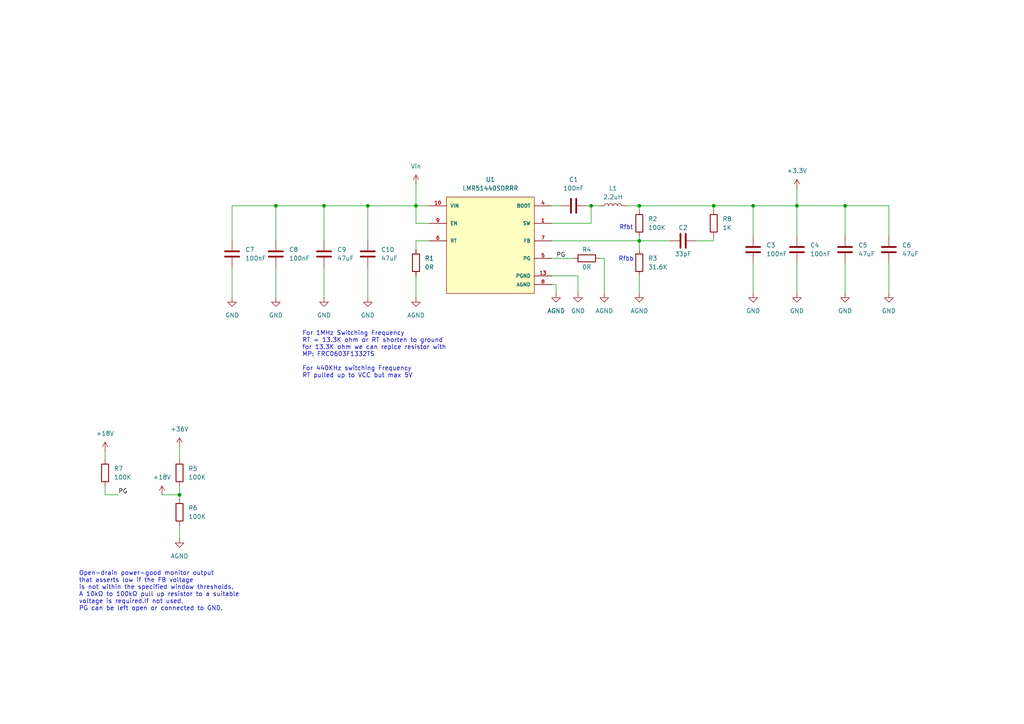
<source format=kicad_sch>
(kicad_sch (version 20250114) (generator "eeschema") (generator_version "9.0")
  (paper "A4")
  (lib_symbols
    (symbol "Device:C" (pin_numbers (hide yes)) (pin_names (offset 0.254))
      (property "Reference" "C" (at 0.635 2.54 0))
      (property "Value" "C" (at 0.635 -2.54 0))
      (symbol "C_0_1"
        (polyline (pts (xy -2.032 0.762) (xy 2.032 0.762)) (stroke (width 0.508)))
        (polyline (pts (xy -2.032 -0.762) (xy 2.032 -0.762)) (stroke (width 0.508)))
      )
      (symbol "C_1_1"
        (pin passive line (at 0 3.81 270) (length 2.794) (name "~") (number "1"))
        (pin passive line (at 0 -3.81 90) (length 2.794) (name "~") (number "2"))
      )
    )
    (symbol "Device:L" (pin_numbers (hide yes)) (pin_names (offset 1.016) (hide yes))
      (property "Reference" "L" (at -1.27 0 90))
      (property "Value" "L" (at 1.905 0 90))
      (symbol "L_0_1"
        (arc (start 0 2.54) (mid 0.6323 1.905) (end 0 1.27))
        (arc (start 0 1.27) (mid 0.6323 0.635) (end 0 0))
        (arc (start 0 0) (mid 0.6323 -0.635) (end 0 -1.27))
        (arc (start 0 -1.27) (mid 0.6323 -1.905) (end 0 -2.54))
      )
      (symbol "L_1_1"
        (pin passive line (at 0 3.81 270) (length 1.27) (name "1") (number "1"))
        (pin passive line (at 0 -3.81 90) (length 1.27) (name "2") (number "2"))
      )
    )
    (symbol "Device:R" (pin_numbers (hide yes)) (pin_names (offset 0))
      (property "Reference" "R" (at 2.032 0 90))
      (property "Value" "R" (at 0 0 90))
      (symbol "R_0_1"
        (rectangle (start -1.016 -2.54) (end 1.016 2.54) (stroke (width 0.254)))
      )
      (symbol "R_1_1"
        (pin passive line (at 0 3.81 270) (length 1.27) (name "~") (number "1"))
        (pin passive line (at 0 -3.81 90) (length 1.27) (name "~") (number "2"))
      )
    )
    (symbol "LMR51440SDRRR:LMR51440SDRRR" (pin_names (offset 1.016))
      (property "Reference" "U" (at -12.7 13.335 0))
      (property "Value" "LMR51440SDRRR" (at -12.7 -17.78 0))
      (symbol "LMR51440SDRRR_0_0"
        (rectangle (start -12.7 -15.24) (end 12.7 12.7) (stroke (width 0.1524)) (fill (type background)))
        (pin input line (at -17.78 10.16 0) (length 5.08) (name "VIN") (number "10"))
        (pin input line (at -17.78 10.16 0) (length 5.08) (hide yes) (name "VIN") (number "11"))
        (pin input line (at -17.78 10.16 0) (length 5.08) (hide yes) (name "VIN") (number "12"))
        (pin input line (at -17.78 5.08 0) (length 5.08) (name "EN") (number "9"))
        (pin input line (at -17.78 0 0) (length 5.08) (name "RT") (number "6"))
        (pin passive line (at 17.78 10.16 180) (length 5.08) (name "BOOT") (number "4"))
        (pin output line (at 17.78 5.08 180) (length 5.08) (name "SW") (number "1"))
        (pin output line (at 17.78 5.08 180) (length 5.08) (hide yes) (name "SW") (number "2"))
        (pin output line (at 17.78 5.08 180) (length 5.08) (hide yes) (name "SW") (number "3"))
        (pin input line (at 17.78 0 180) (length 5.08) (name "FB") (number "7"))
        (pin output line (at 17.78 -5.08 180) (length 5.08) (name "PG") (number "5"))
        (pin power_in line (at 17.78 -10.16 180) (length 5.08) (name "PGND") (number "13"))
        (pin power_in line (at 17.78 -12.7 180) (length 5.08) (name "AGND") (number "8"))
      )
    )
    (symbol "power:+15V" (power) (pin_numbers (hide yes)) (pin_names (offset 0) (hide yes))
      (property "Value" "+15V" (at 0 3.556 0))
      (symbol "+15V_0_1"
        (polyline (pts (xy -0.762 1.27) (xy 0 2.54)))
        (polyline (pts (xy 0 2.54) (xy 0.762 1.27)))
        (polyline (pts (xy 0 0) (xy 0 2.54)))
      )
      (symbol "+15V_1_1"
        (pin power_in line (at 0 0 90) (length 0) (name "~") (number "1"))
      )
    )
    (symbol "power:+3.3V" (power) (pin_numbers (hide yes)) (pin_names (offset 0) (hide yes))
      (property "Value" "+3.3V" (at 0 3.556 0))
      (symbol "+3.3V_0_1"
        (polyline (pts (xy -0.762 1.27) (xy 0 2.54)))
        (polyline (pts (xy 0 2.54) (xy 0.762 1.27)))
        (polyline (pts (xy 0 0) (xy 0 2.54)))
      )
      (symbol "+3.3V_1_1"
        (pin power_in line (at 0 0 90) (length 0) (name "~") (number "1"))
      )
    )
    (symbol "power:+36V" (power) (pin_numbers (hide yes)) (pin_names (offset 0) (hide yes))
      (property "Value" "+36V" (at 0 3.556 0))
      (symbol "+36V_0_1"
        (polyline (pts (xy -0.762 1.27) (xy 0 2.54)))
        (polyline (pts (xy 0 2.54) (xy 0.762 1.27)))
        (polyline (pts (xy 0 0) (xy 0 2.54)))
      )
      (symbol "+36V_1_1"
        (pin power_in line (at 0 0 90) (length 0) (name "~") (number "1"))
      )
    )
    (symbol "power:GND" (power) (pin_numbers (hide yes)) (pin_names (offset 0) (hide yes))
      (property "Value" "GND" (at 0 -3.81 0))
      (symbol "GND_0_1"
        (polyline (pts (xy 0 0) (xy 0 -1.27) (xy 1.27 -1.27) (xy 0 -2.54) (xy -1.27 -1.27) (xy 0 -1.27)))
      )
      (symbol "GND_1_1"
        (pin power_in line (at 0 0 270) (length 0) (name "~") (number "1"))
      )
    )
    (symbol "power:GNDA" (power) (pin_numbers (hide yes)) (pin_names (offset 0) (hide yes))
      (property "Value" "GNDA" (at 0 -3.81 0))
      (symbol "GNDA_0_1"
        (polyline (pts (xy 0 0) (xy 0 -1.27) (xy 1.27 -1.27) (xy 0 -2.54) (xy -1.27 -1.27) (xy 0 -1.27)))
      )
      (symbol "GNDA_1_1"
        (pin power_in line (at 0 0 270) (length 0) (name "~") (number "1"))
      )
    )
  )
  (text "Open-drain power-good monitor output\nthat asserts low if the FB voltage \nis not within the specified window thresholds. \nA 10kΩ to 100kΩ pull up resistor to a suitable\nvoltage is required.If not used, \nPG can be left open or connected to GND." (at 22.86 171.45 0) (effects (font (size 1.27 1.27)) (justify left)))
  (text "For 1MHz Switching Frequency\nRT = 13.3K ohm or RT shorten to ground\nfor 13.3K ohm we can replce resistor with \nMP: FRC0603F1332TS\n\nFor 440KHz switching Frequency\nRT pulled up to VCC but max 5V\n" (at 87.63 102.87 0) (effects (font (size 1.27 1.27)) (justify left)))
  (text "Rfbt\n" (at 181.61 66.04 0) (effects (font (size 1.27 1.27))))
  (text "Rfbb\n\n" (at 181.61 76.2 0) (effects (font (size 1.27 1.27))))
  (junction (at 120.65 59.69))
  (junction (at 245.11 59.69))
  (junction (at 218.44 59.69))
  (junction (at 80.01 59.69))
  (junction (at 52.07 143.51))
  (junction (at 207.01 59.69))
  (junction (at 185.42 59.69))
  (junction (at 231.14 59.69))
  (junction (at 93.98 59.69))
  (junction (at 106.68 59.69))
  (junction (at 185.42 69.85))
  (junction (at 171.45 59.69))
  (wire (pts (xy 185.42 60.96) (xy 185.42 59.69)))
  (wire (pts (xy 257.81 68.58) (xy 257.81 59.69)))
  (wire (pts (xy 120.65 59.69) (xy 124.46 59.69)))
  (wire (pts (xy 185.42 69.85) (xy 194.31 69.85)))
  (wire (pts (xy 207.01 69.85) (xy 207.01 68.58)))
  (wire (pts (xy 171.45 59.69) (xy 173.99 59.69)))
  (wire (pts (xy 218.44 59.69) (xy 231.14 59.69)))
  (wire (pts (xy 231.14 54.61) (xy 231.14 59.69)))
  (wire (pts (xy 30.48 130.81) (xy 30.48 133.35)))
  (wire (pts (xy 52.07 129.54) (xy 52.07 133.35)))
  (wire (pts (xy 173.99 74.93) (xy 175.26 74.93)))
  (wire (pts (xy 120.65 53.34) (xy 120.65 59.69)))
  (wire (pts (xy 160.02 59.69) (xy 162.56 59.69)))
  (wire (pts (xy 245.11 59.69) (xy 257.81 59.69)))
  (wire (pts (xy 167.64 80.01) (xy 160.02 80.01)))
  (wire (pts (xy 218.44 76.2) (xy 218.44 85.09)))
  (wire (pts (xy 93.98 77.47) (xy 93.98 86.36)))
  (wire (pts (xy 46.99 143.51) (xy 52.07 143.51)))
  (wire (pts (xy 245.11 76.2) (xy 245.11 85.09)))
  (wire (pts (xy 160.02 69.85) (xy 185.42 69.85)))
  (wire (pts (xy 80.01 77.47) (xy 80.01 86.36)))
  (wire (pts (xy 207.01 59.69) (xy 207.01 60.96)))
  (wire (pts (xy 161.29 82.55) (xy 161.29 85.09)))
  (wire (pts (xy 67.31 77.47) (xy 67.31 86.36)))
  (wire (pts (xy 171.45 59.69) (xy 171.45 64.77)))
  (wire (pts (xy 124.46 69.85) (xy 120.65 69.85)))
  (wire (pts (xy 175.26 74.93) (xy 175.26 85.09)))
  (wire (pts (xy 120.65 59.69) (xy 120.65 64.77)))
  (wire (pts (xy 207.01 59.69) (xy 218.44 59.69)))
  (wire (pts (xy 52.07 143.51) (xy 52.07 144.78)))
  (wire (pts (xy 120.65 69.85) (xy 120.65 72.39)))
  (wire (pts (xy 52.07 152.4) (xy 52.07 156.21)))
  (wire (pts (xy 185.42 68.58) (xy 185.42 69.85)))
  (wire (pts (xy 30.48 143.51) (xy 34.29 143.51)))
  (wire (pts (xy 167.64 85.09) (xy 167.64 80.01)))
  (wire (pts (xy 120.65 64.77) (xy 124.46 64.77)))
  (wire (pts (xy 160.02 74.93) (xy 166.37 74.93)))
  (wire (pts (xy 245.11 59.69) (xy 245.11 68.58)))
  (wire (pts (xy 80.01 59.69) (xy 80.01 69.85)))
  (wire (pts (xy 231.14 59.69) (xy 245.11 59.69)))
  (wire (pts (xy 80.01 59.69) (xy 67.31 59.69)))
  (wire (pts (xy 160.02 64.77) (xy 171.45 64.77)))
  (wire (pts (xy 106.68 77.47) (xy 106.68 86.36)))
  (wire (pts (xy 120.65 80.01) (xy 120.65 86.36)))
  (wire (pts (xy 185.42 69.85) (xy 185.42 72.39)))
  (wire (pts (xy 120.65 59.69) (xy 106.68 59.69)))
  (wire (pts (xy 67.31 59.69) (xy 67.31 69.85)))
  (wire (pts (xy 185.42 59.69) (xy 181.61 59.69)))
  (wire (pts (xy 201.93 69.85) (xy 207.01 69.85)))
  (wire (pts (xy 171.45 59.69) (xy 170.18 59.69)))
  (wire (pts (xy 231.14 76.2) (xy 231.14 85.09)))
  (wire (pts (xy 106.68 59.69) (xy 93.98 59.69)))
  (wire (pts (xy 185.42 80.01) (xy 185.42 85.09)))
  (wire (pts (xy 231.14 68.58) (xy 231.14 59.69)))
  (wire (pts (xy 30.48 140.97) (xy 30.48 143.51)))
  (wire (pts (xy 185.42 59.69) (xy 207.01 59.69)))
  (wire (pts (xy 52.07 140.97) (xy 52.07 143.51)))
  (wire (pts (xy 93.98 59.69) (xy 93.98 69.85)))
  (wire (pts (xy 161.29 82.55) (xy 160.02 82.55)))
  (wire (pts (xy 257.81 76.2) (xy 257.81 85.09)))
  (wire (pts (xy 218.44 68.58) (xy 218.44 59.69)))
  (wire (pts (xy 106.68 59.69) (xy 106.68 69.85)))
  (wire (pts (xy 93.98 59.69) (xy 80.01 59.69)))
  (label "PG" (at 34.29 143.51 0))
  (label "PG" (at 161.29 74.93 0))
  (symbol (lib_id "Device:R") (at 120.65 76.2 0) (unit 1)
    (property "Reference" "R1" (at 123.19 74.9299 0) (effects (justify left)))
    (property "Value" "0R" (at 123.19 77.4699 0) (effects (justify left)))
    (property "Footprint" "Resistor_SMD:R_0603_1608Metric" (effects (hide yes)))
    (property "Datasheet" "https://www.lcsc.com/datasheet/C2906974.pdf" (effects (hide yes)))
    (property "Description" "Resistor" (effects (hide yes)))
    (property "MP" "FRC0603F0000TS" (effects (hide yes)))
    (property "LCSC_PN" "C2906974" (effects (hide yes)))
    (property "Assembled" "Yes" (effects (hide yes)))
  )
  (symbol (lib_id "power:GND") (at 93.98 86.36 0) (unit 1)
    (property "Reference" "#PWR017" (effects (hide yes)))
    (property "Value" "GND" (at 93.98 91.44 0))
    (property "Description" "Power symbol creates a global label with name \"GND\" , ground" (effects (hide yes)))
  )
  (symbol (lib_id "Device:C") (at 106.68 73.66 180) (unit 1)
    (property "Reference" "C10" (at 110.49 72.3899 0) (effects (justify right)))
    (property "Value" "47uF" (at 110.49 74.9299 0) (effects (justify right)))
    (property "Footprint" "Capacitor_SMD:C_1206_3216Metric" (effects (hide yes)))
    (property "Datasheet" "https://www.lcsc.com/datasheet/C403725.pdf" (effects (hide yes)))
    (property "Description" "Unpolarized capacitor" (effects (hide yes)))
    (property "MP" "GRM31CR61E476ME44L" (effects (hide yes)))
    (property "LCSC_PN" "C403725" (effects (hide yes)))
    (property "Assembled" "Yes" (effects (hide yes)))
  )
  (symbol (lib_id "power:GND") (at 245.11 85.09 0) (unit 1)
    (property "Reference" "#PWR013" (effects (hide yes)))
    (property "Value" "GND" (at 245.11 90.17 0))
    (property "Description" "Power symbol creates a global label with name \"GND\" , ground" (effects (hide yes)))
  )
  (symbol (lib_id "Device:C") (at 231.14 72.39 180) (unit 1)
    (property "Reference" "C4" (at 234.95 71.1199 0) (effects (justify right)))
    (property "Value" "100nF" (at 234.95 73.6599 0) (effects (justify right)))
    (property "Footprint" "Capacitor_SMD:C_0603_1608Metric" (effects (hide yes)))
    (property "Datasheet" "https://www.lcsc.com/datasheet/C1591.pdf" (effects (hide yes)))
    (property "Description" "Unpolarized capacitor" (effects (hide yes)))
    (property "MP" "CL10B104KB8NNNC" (effects (hide yes)))
    (property "LCSC_PN" "C1591" (effects (hide yes)))
    (property "Assembled" "Yes" (effects (hide yes)))
  )
  (symbol (lib_id "Device:L") (at 177.8 59.69 90) (unit 1)
    (property "Reference" "L1" (at 177.8 54.61 90))
    (property "Value" "2.2uH" (at 177.8 57.15 90))
    (property "Footprint" "Inductor_SMD:L_TechFuse_SL0420" (effects (hide yes)))
    (property "Datasheet" "https://www.lcsc.com/datasheet/C22463807.pdf" (effects (hide yes)))
    (property "Description" "Inductor" (effects (hide yes)))
    (property "LCSC_PN" "C2847469" (effects (hide yes)))
    (property "MP" "MDA4020-2R2M" (effects (hide yes)))
    (property "Assembled" "Yes" (effects (hide yes)))
  )
  (symbol (lib_id "Device:R") (at 52.07 137.16 0) (unit 1)
    (property "Reference" "R5" (at 54.61 135.8899 0) (effects (justify left)))
    (property "Value" "100K" (at 54.61 138.4299 0) (effects (justify left)))
    (property "Footprint" "Resistor_SMD:R_0603_1608Metric" (effects (hide yes)))
    (property "Datasheet" "https://www.lcsc.com/datasheet/C14675.pdf" (effects (hide yes)))
    (property "Description" "Resistor" (effects (hide yes)))
    (property "LCSC_PN" "C14675" (effects (hide yes)))
    (property "MP" "RC0603FR-07100KL" (effects (hide yes)))
    (property "Assembled" "No" (effects (hide yes)))
  )
  (symbol (lib_id "Device:C") (at 166.37 59.69 90) (unit 1)
    (property "Reference" "C1" (at 166.37 52.07 90))
    (property "Value" "100nF" (at 166.37 54.61 90))
    (property "Footprint" "Capacitor_SMD:C_0603_1608Metric" (effects (hide yes)))
    (property "Datasheet" "https://www.lcsc.com/datasheet/C1591.pdf" (effects (hide yes)))
    (property "Description" "Unpolarized capacitor" (effects (hide yes)))
    (property "MP" "CL10B104KB8NNNC" (effects (hide yes)))
    (property "LCSC_PN" "C1591" (effects (hide yes)))
    (property "Assembled" "Yes" (effects (hide yes)))
  )
  (symbol (lib_id "Device:R") (at 185.42 64.77 0) (unit 1)
    (property "Reference" "R2" (at 187.96 63.4999 0) (effects (justify left)))
    (property "Value" "100K" (at 187.96 66.0399 0) (effects (justify left)))
    (property "Footprint" "Resistor_SMD:R_0603_1608Metric" (effects (hide yes)))
    (property "Datasheet" "https://www.lcsc.com/datasheet/C14675.pdf" (effects (hide yes)))
    (property "Description" "Resistor" (effects (hide yes)))
    (property "LCSC_PN" "C14675" (effects (hide yes)))
    (property "MP" "RC0603FR-07100KL" (effects (hide yes)))
    (property "Assembled" "Yes" (effects (hide yes)))
  )
  (symbol (lib_id "Device:R") (at 207.01 64.77 0) (unit 1)
    (property "Reference" "R8" (at 209.55 63.4999 0) (effects (justify left)))
    (property "Value" "1K" (at 209.55 66.0399 0) (effects (justify left)))
    (property "Footprint" "Resistor_SMD:R_0603_1608Metric" (effects (hide yes)))
    (property "Datasheet" "https://www.lcsc.com/datasheet/C118155.pdf" (effects (hide yes)))
    (property "Description" "Resistor" (effects (hide yes)))
    (property "LCSC_PN" "C118155" (effects (hide yes)))
    (property "MP" "ERJ3EKF1001V" (effects (hide yes)))
    (property "Assembled" "Yes" (effects (hide yes)))
  )
  (symbol (lib_id "power:+36V") (at 120.65 53.34 0) (unit 1)
    (property "Reference" "#PWR06" (effects (hide yes)))
    (property "Value" "Vin" (at 120.65 48.26 0))
    (property "Description" "Power symbol creates a global label with name \"+36V\"" (effects (hide yes)))
  )
  (symbol (lib_id "power:+15V") (at 30.48 130.81 0) (unit 1)
    (property "Reference" "#PWR010" (effects (hide yes)))
    (property "Value" "+18V" (at 30.48 125.73 0))
    (property "Description" "Power symbol creates a global label with name \"+15V\"" (effects (hide yes)))
  )
  (symbol (lib_id "Device:C") (at 93.98 73.66 180) (unit 1)
    (property "Reference" "C9" (at 97.79 72.3899 0) (effects (justify right)))
    (property "Value" "47uF" (at 97.79 74.9299 0) (effects (justify right)))
    (property "Footprint" "Capacitor_SMD:C_1206_3216Metric" (effects (hide yes)))
    (property "Datasheet" "https://www.lcsc.com/datasheet/C403725.pdf" (effects (hide yes)))
    (property "Description" "Unpolarized capacitor" (effects (hide yes)))
    (property "MP" "GRM31CR61E476ME44L" (effects (hide yes)))
    (property "LCSC_PN" "C403725" (effects (hide yes)))
    (property "Assembled" "Yes" (effects (hide yes)))
  )
  (symbol (lib_id "power:GNDA") (at 185.42 85.09 0) (unit 1)
    (property "Reference" "#PWR04" (effects (hide yes)))
    (property "Value" "AGND" (at 185.42 90.17 0))
    (property "Description" "Power symbol creates a global label with name \"GNDA\" , analog ground" (effects (hide yes)))
  )
  (symbol (lib_id "Device:R") (at 170.18 74.93 90) (unit 1)
    (property "Reference" "R4" (at 170.18 72.39 90))
    (property "Value" "0R" (at 170.18 77.47 90))
    (property "Footprint" "Resistor_SMD:R_0603_1608Metric" (effects (hide yes)))
    (property "Datasheet" "https://www.lcsc.com/datasheet/C2906974.pdf" (effects (hide yes)))
    (property "Description" "Resistor" (effects (hide yes)))
    (property "MP" "FRC0603F0000TS" (effects (hide yes)))
    (property "LCSC_PN" "C2906974" (effects (hide yes)))
    (property "Assembled" "Yes" (effects (hide yes)))
  )
  (symbol (lib_id "power:GND") (at 257.81 85.09 0) (unit 1)
    (property "Reference" "#PWR014" (effects (hide yes)))
    (property "Value" "GND" (at 257.81 90.17 0))
    (property "Description" "Power symbol creates a global label with name \"GND\" , ground" (effects (hide yes)))
  )
  (symbol (lib_id "Device:C") (at 245.11 72.39 180) (unit 1)
    (property "Reference" "C5" (at 248.92 71.1199 0) (effects (justify right)))
    (property "Value" "47uF" (at 248.92 73.6599 0) (effects (justify right)))
    (property "Footprint" "Capacitor_SMD:C_1206_3216Metric" (effects (hide yes)))
    (property "Datasheet" "https://www.lcsc.com/datasheet/C403725.pdf" (effects (hide yes)))
    (property "Description" "Unpolarized capacitor" (effects (hide yes)))
    (property "MP" "GRM31CR61E476ME44L" (effects (hide yes)))
    (property "LCSC_PN" "C403725" (effects (hide yes)))
    (property "Assembled" "Yes" (effects (hide yes)))
  )
  (symbol (lib_id "power:GND") (at 80.01 86.36 0) (unit 1)
    (property "Reference" "#PWR016" (effects (hide yes)))
    (property "Value" "GND" (at 80.01 91.44 0))
    (property "Description" "Power symbol creates a global label with name \"GND\" , ground" (effects (hide yes)))
  )
  (symbol (lib_id "power:GND") (at 67.31 86.36 0) (unit 1)
    (property "Reference" "#PWR015" (effects (hide yes)))
    (property "Value" "GND" (at 67.31 91.44 0))
    (property "Description" "Power symbol creates a global label with name \"GND\" , ground" (effects (hide yes)))
  )
  (symbol (lib_id "power:GNDA") (at 120.65 86.36 0) (unit 1)
    (property "Reference" "#PWR03" (effects (hide yes)))
    (property "Value" "AGND" (at 120.65 91.44 0))
    (property "Description" "Power symbol creates a global label with name \"GNDA\" , analog ground" (effects (hide yes)))
  )
  (symbol (lib_id "LMR51440SDRRR:LMR51440SDRRR") (at 142.24 69.85 0) (unit 1)
    (property "Reference" "U1" (at 142.24 52.07 0))
    (property "Value" "LMR51440SDRRR" (at 142.24 54.61 0))
    (property "Footprint" "BLDC_Motor_Driver_Components_Footprint:CONV_LMR51440SDRRR" (effects (hide yes)))
    (property "Datasheet" "https://www.ti.com/lit/ds/symlink/lmr51440-q1.pdf?ts=1731523277740" (effects (hide yes)))
    (property "Description" "Buck Switching Regulator IC Positive Adjustable 0.8V 1 Output 4A 12-WFDFN Exposed Pad" (effects (hide yes)))
    (property "MF" "Texas Instruments" (effects (hide yes)))
    (property "MAXIMUM_PACKAGE_HEIGHT" "0.80 mm" (effects (hide yes)))
    (property "Package" "WSON-12 Texas Instruments" (effects (hide yes)))
    (property "Price" "None" (effects (hide yes)))
    (property "Check_prices" "https://www.snapeda.com/parts/LMR51440SDRRR/Texas+Instruments/view-part/?ref=eda" (effects (hide yes)))
    (property "STANDARD" "Manufacturer Recommendations" (effects (hide yes)))
    (property "PARTREV" "December 2022" (effects (hide yes)))
    (property "SnapEDA_Link" "https://www.snapeda.com/parts/LMR51440SDRRR/Texas+Instruments/view-part/?ref=snap" (effects (hide yes)))
    (property "MP" "LMR51440SDRRR" (effects (hide yes)))
    (property "Purchase-URL" "https://www.snapeda.com/api/url_track_click_mouser/?unipart_id=12533944&manufacturer=Texas Instruments&part_name=LMR51440SDRRR&search_term=lmr51440" (effects (hide yes)))
    (property "Description_1" "36-V, 4-A  synchronous buck converter" (effects (hide yes)))
    (property "Availability" "In Stock" (effects (hide yes)))
    (property "MANUFACTURER" "Texas Instruments" (effects (hide yes)))
    (property "Assembled" "Yes" (effects (hide yes)))
    (property "LCSC_PN" "C6286872" (effects (hide yes)))
  )
  (symbol (lib_id "Device:R") (at 52.07 148.59 0) (unit 1)
    (property "Reference" "R6" (at 54.61 147.3199 0) (effects (justify left)))
    (property "Value" "100K" (at 54.61 149.8599 0) (effects (justify left)))
    (property "Footprint" "Resistor_SMD:R_0603_1608Metric" (effects (hide yes)))
    (property "Datasheet" "https://www.lcsc.com/datasheet/C14675.pdf" (effects (hide yes)))
    (property "Description" "Resistor" (effects (hide yes)))
    (property "LCSC_PN" "C14675" (effects (hide yes)))
    (property "MP" "RC0603FR-07100KL" (effects (hide yes)))
    (property "Assembled" "No" (effects (hide yes)))
  )
  (symbol (lib_id "Device:R") (at 185.42 76.2 0) (unit 1)
    (property "Reference" "R3" (at 187.96 74.9299 0) (effects (justify left)))
    (property "Value" "31.6K" (at 187.96 77.4699 0) (effects (justify left)))
    (property "Footprint" "Resistor_SMD:R_0603_1608Metric" (effects (hide yes)))
    (property "Datasheet" "https://www.lcsc.com/datasheet/C844551.pdf" (effects (hide yes)))
    (property "Description" "Resistor" (effects (hide yes)))
    (property "LCSC_PN" "C844551" (effects (hide yes)))
    (property "MP" "CRCW060331K6FKEA" (effects (hide yes)))
    (property "Assembled" "Yes" (effects (hide yes)))
  )
  (symbol (lib_id "power:+3.3V") (at 231.14 54.61 0) (unit 1)
    (property "Reference" "#PWR019" (effects (hide yes)))
    (property "Value" "+3.3V" (at 231.14 49.53 0))
    (property "Description" "Power symbol creates a global label with name \"+3.3V\"" (effects (hide yes)))
  )
  (symbol (lib_id "Device:R") (at 30.48 137.16 0) (unit 1)
    (property "Reference" "R7" (at 33.02 135.8899 0) (effects (justify left)))
    (property "Value" "100K" (at 33.02 138.4299 0) (effects (justify left)))
    (property "Footprint" "Resistor_SMD:R_0603_1608Metric" (effects (hide yes)))
    (property "Datasheet" "https://www.lcsc.com/datasheet/C14675.pdf" (effects (hide yes)))
    (property "Description" "Resistor" (effects (hide yes)))
    (property "LCSC_PN" "C14675" (effects (hide yes)))
    (property "MP" "RC0603FR-07100KL" (effects (hide yes)))
    (property "Assembled" "No" (effects (hide yes)))
  )
  (symbol (lib_id "Device:C") (at 198.12 69.85 270) (unit 1)
    (property "Reference" "C2" (at 198.12 66.04 90))
    (property "Value" "33pF" (at 198.12 73.66 90))
    (property "Footprint" "Capacitor_SMD:C_0603_1608Metric" (effects (hide yes)))
    (property "Datasheet" "https://www.lcsc.com/datasheet/C70465.pdf" (effects (hide yes)))
    (property "Description" "Unpolarized capacitor" (effects (hide yes)))
    (property "MP" "CL05C330JB5NNNC" (effects (hide yes)))
    (property "LCSC_PN" "C70465" (effects (hide yes)))
    (property "Assembled" "Yes" (effects (hide yes)))
  )
  (symbol (lib_id "power:GNDA") (at 52.07 156.21 0) (unit 1)
    (property "Reference" "#PWR07" (effects (hide yes)))
    (property "Value" "AGND" (at 52.07 161.29 0))
    (property "Description" "Power symbol creates a global label with name \"GNDA\" , analog ground" (effects (hide yes)))
  )
  (symbol (lib_id "power:GND") (at 167.64 85.09 0) (unit 1)
    (property "Reference" "#PWR01" (effects (hide yes)))
    (property "Value" "GND" (at 167.64 90.17 0))
    (property "Description" "Power symbol creates a global label with name \"GND\" , ground" (effects (hide yes)))
  )
  (symbol (lib_id "power:+36V") (at 52.07 129.54 0) (unit 1)
    (property "Reference" "#PWR08" (effects (hide yes)))
    (property "Value" "+36V" (at 52.07 124.46 0))
    (property "Description" "Power symbol creates a global label with name \"+36V\"" (effects (hide yes)))
  )
  (symbol (lib_id "power:GNDA") (at 175.26 85.09 0) (unit 1)
    (property "Reference" "#PWR05" (effects (hide yes)))
    (property "Value" "AGND" (at 175.26 90.17 0))
    (property "Description" "Power symbol creates a global label with name \"GNDA\" , analog ground" (effects (hide yes)))
  )
  (symbol (lib_id "power:GNDA") (at 161.29 85.09 0) (unit 1)
    (property "Reference" "#PWR02" (effects (hide yes)))
    (property "Value" "AGND" (at 161.29 90.17 0))
    (property "Description" "Power symbol creates a global label with name \"GNDA\" , analog ground" (effects (hide yes)))
  )
  (symbol (lib_id "power:+15V") (at 46.99 143.51 0) (unit 1)
    (property "Reference" "#PWR09" (effects (hide yes)))
    (property "Value" "+18V" (at 46.99 138.43 0))
    (property "Description" "Power symbol creates a global label with name \"+15V\"" (effects (hide yes)))
  )
  (symbol (lib_id "Device:C") (at 67.31 73.66 180) (unit 1)
    (property "Reference" "C7" (at 71.12 72.3899 0) (effects (justify right)))
    (property "Value" "100nF" (at 71.12 74.9299 0) (effects (justify right)))
    (property "Footprint" "Capacitor_SMD:C_0603_1608Metric" (effects (hide yes)))
    (property "Datasheet" "https://www.lcsc.com/datasheet/C1591.pdf" (effects (hide yes)))
    (property "Description" "Unpolarized capacitor" (effects (hide yes)))
    (property "MP" "CL10B104KB8NNNC" (effects (hide yes)))
    (property "LCSC_PN" "C1591" (effects (hide yes)))
    (property "Assembled" "Yes" (effects (hide yes)))
  )
  (symbol (lib_id "Device:C") (at 218.44 72.39 180) (unit 1)
    (property "Reference" "C3" (at 222.25 71.1199 0) (effects (justify right)))
    (property "Value" "100nF" (at 222.25 73.6599 0) (effects (justify right)))
    (property "Footprint" "Capacitor_SMD:C_0603_1608Metric" (effects (hide yes)))
    (property "Datasheet" "https://www.lcsc.com/datasheet/C1591.pdf" (effects (hide yes)))
    (property "Description" "Unpolarized capacitor" (effects (hide yes)))
    (property "MP" "CL10B104KB8NNNC" (effects (hide yes)))
    (property "LCSC_PN" "C1591" (effects (hide yes)))
    (property "Assembled" "Yes" (effects (hide yes)))
  )
  (symbol (lib_id "power:GND") (at 231.14 85.09 0) (unit 1)
    (property "Reference" "#PWR012" (effects (hide yes)))
    (property "Value" "GND" (at 231.14 90.17 0))
    (property "Description" "Power symbol creates a global label with name \"GND\" , ground" (effects (hide yes)))
  )
  (symbol (lib_id "power:GND") (at 218.44 85.09 0) (unit 1)
    (property "Reference" "#PWR011" (effects (hide yes)))
    (property "Value" "GND" (at 218.44 90.17 0))
    (property "Description" "Power symbol creates a global label with name \"GND\" , ground" (effects (hide yes)))
  )
  (symbol (lib_id "Device:C") (at 80.01 73.66 180) (unit 1)
    (property "Reference" "C8" (at 83.82 72.3899 0) (effects (justify right)))
    (property "Value" "100nF" (at 83.82 74.9299 0) (effects (justify right)))
    (property "Footprint" "Capacitor_SMD:C_0603_1608Metric" (effects (hide yes)))
    (property "Datasheet" "https://www.lcsc.com/datasheet/C1591.pdf" (effects (hide yes)))
    (property "Description" "Unpolarized capacitor" (effects (hide yes)))
    (property "MP" "CL10B104KB8NNNC" (effects (hide yes)))
    (property "LCSC_PN" "C1591" (effects (hide yes)))
    (property "Assembled" "Yes" (effects (hide yes)))
  )
  (symbol (lib_id "Device:C") (at 257.81 72.39 180) (unit 1)
    (property "Reference" "C6" (at 261.62 71.1199 0) (effects (justify right)))
    (property "Value" "47uF" (at 261.62 73.6599 0) (effects (justify right)))
    (property "Footprint" "Capacitor_SMD:C_1206_3216Metric" (effects (hide yes)))
    (property "Datasheet" "https://www.lcsc.com/datasheet/C403725.pdf" (effects (hide yes)))
    (property "Description" "Unpolarized capacitor" (effects (hide yes)))
    (property "MP" "GRM31CR61E476ME44L" (effects (hide yes)))
    (property "LCSC_PN" "C403725" (effects (hide yes)))
    (property "Assembled" "Yes" (effects (hide yes)))
  )
  (symbol (lib_id "power:GND") (at 106.68 86.36 0) (unit 1)
    (property "Reference" "#PWR018" (effects (hide yes)))
    (property "Value" "GND" (at 106.68 91.44 0))
    (property "Description" "Power symbol creates a global label with name \"GND\" , ground" (effects (hide yes)))
  )
)
</source>
